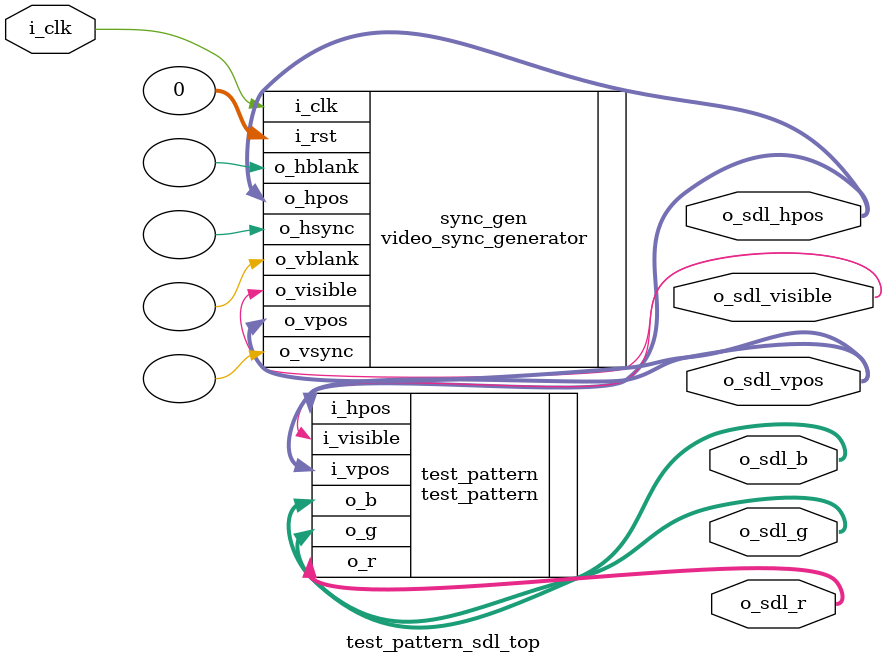
<source format=v>
`default_nettype none

module test_pattern_sdl_top (
  input wire          i_clk,
  output wire [9:0]   o_sdl_hpos,
  output wire [9:0]   o_sdl_vpos,
  output wire         o_sdl_visible,
  output wire [7:0]   o_sdl_r,
  output wire [7:0]   o_sdl_g,
  output wire [7:0]   o_sdl_b
);
  
  video_sync_generator sync_gen (
    .i_clk(i_clk),
    .i_rst(0),
    .o_hsync(),
    .o_hblank(),
    .o_vsync(),
    .o_vblank(),
    .o_hpos(o_sdl_hpos),
    .o_vpos(o_sdl_vpos),
    .o_visible(o_sdl_visible)
  );

  test_pattern test_pattern (
    .i_hpos(o_sdl_hpos),
    .i_vpos(o_sdl_vpos),
    .i_visible(o_sdl_visible),
    .o_r(o_sdl_r),
    .o_g(o_sdl_g),
    .o_b(o_sdl_b)
  );
  
endmodule

</source>
